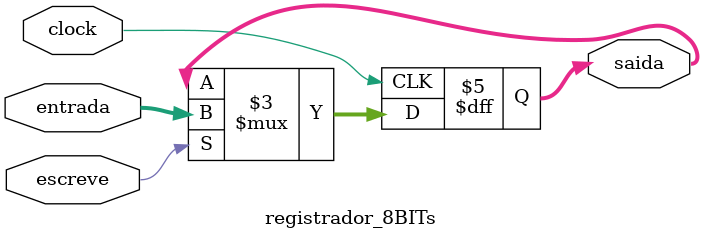
<source format=v>
module registrador_8BITs(output reg [7:0] saida, input [7:0] entrada, input clock, escreve);

	always@(posedge clock)begin
		if(escreve == 1)
			saida<=entrada;
	end
endmodule

</source>
